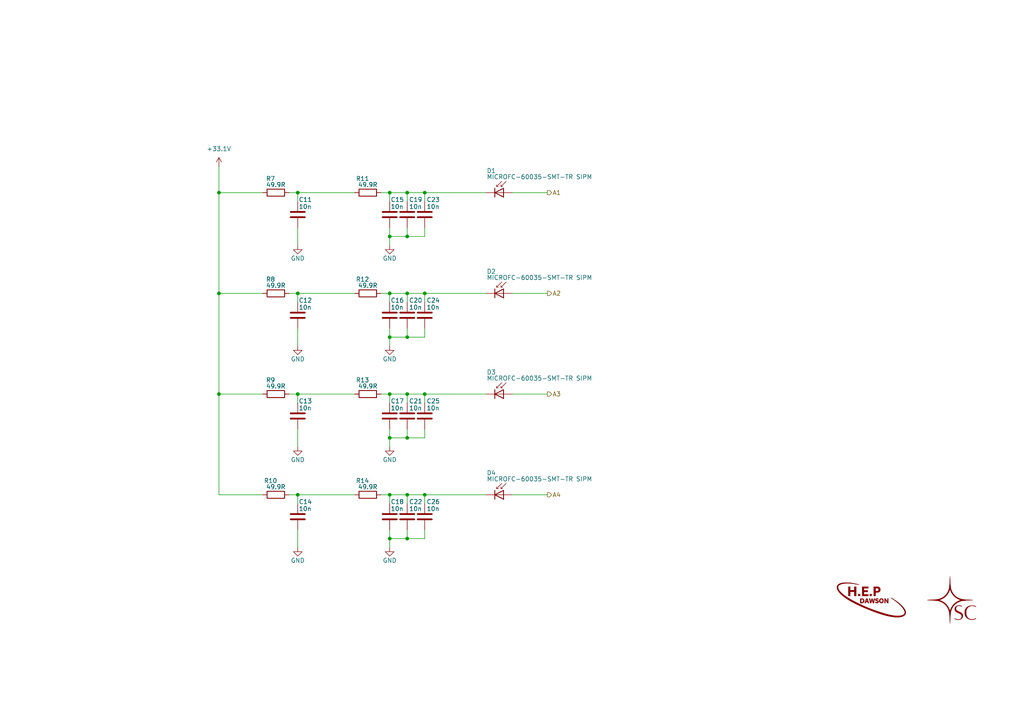
<source format=kicad_sch>
(kicad_sch (version 20250114) (generator "eeschema") (generator_version "9.0")
  (paper "A4")
  (title_block (date "2025-04-09") (rev "2") (comment 3 "Dawson Enriched Pure & Applied") (comment 4 "Alex Xia"))
  (lib_symbols
    (symbol "Device:C" (pin_numbers (hide yes)) (pin_names (offset 0.254))
      (property "Reference" "C" (at 0.635 2.54 0))
      (property "Value" "C" (at 0.635 -2.54 0))
      (symbol "C_0_1"
        (polyline (pts (xy -2.032 0.762) (xy 2.032 0.762)) (stroke (width 0.508)))
        (polyline (pts (xy -2.032 -0.762) (xy 2.032 -0.762)) (stroke (width 0.508)))
      )
      (symbol "C_1_1"
        (pin passive line (at 0 3.81 270) (length 2.794) (name "~") (number "1"))
        (pin passive line (at 0 -3.81 90) (length 2.794) (name "~") (number "2"))
      )
    )
    (symbol "Device:D_Photo" (pin_numbers (hide yes)) (pin_names (hide yes))
      (property "Reference" "D" (at 0.508 1.778 0))
      (property "Value" "D_Photo" (at -1.016 -2.794 0))
      (symbol "D_Photo_0_1"
        (polyline (pts (xy -2.54 1.27) (xy -2.54 -1.27)) (stroke (width 0.254)))
        (polyline (pts (xy -2.032 1.778) (xy -1.524 1.778)))
        (polyline (pts (xy -0.508 3.302) (xy -2.032 1.778) (xy -2.032 2.286)))
        (polyline (pts (xy 0 0) (xy -2.54 0)))
        (polyline (pts (xy 0 -1.27) (xy 0 1.27) (xy -2.54 0) (xy 0 -1.27)) (stroke (width 0.254)))
        (polyline (pts (xy 0.762 3.302) (xy -0.762 1.778) (xy -0.762 2.286) (xy -0.762 1.778) (xy -0.254 1.778)))
      )
      (symbol "D_Photo_1_1"
        (pin passive line (at -5.08 0 0) (length 2.54) (name "K") (number "1"))
        (pin passive line (at 2.54 0 180) (length 2.54) (name "A") (number "2"))
      )
    )
    (symbol "Device:R" (pin_numbers (hide yes)) (pin_names (offset 0))
      (property "Reference" "R" (at 2.032 0 90))
      (property "Value" "R" (at 0 0 90))
      (symbol "R_0_1"
        (rectangle (start -1.016 -2.54) (end 1.016 2.54) (stroke (width 0.254)))
      )
      (symbol "R_1_1"
        (pin passive line (at 0 3.81 270) (length 1.27) (name "~") (number "1"))
        (pin passive line (at 0 -3.81 90) (length 1.27) (name "~") (number "2"))
      )
    )
    (symbol "hep:LOGO" (pin_names (offset 1.016))
      (symbol "LOGO_0_0"
        (polyline (pts (xy -6.1411 1.7385) (xy -6.1411 2.3481) (xy -5.5428 2.3481) (xy -4.9445 2.3481) (xy -4.9445 1.7385) (xy -4.9445 1.1289) (xy -4.6736 1.1289) (xy -4.4027 1.1289) (xy -4.4027 2.4723) (xy -4.4027 3.8156) (xy -4.6736 3.8156) (xy -4.9445 3.8156) (xy -4.9445 3.3076) (xy -4.9445 2.7996) (xy -5.5428 2.7996) (xy -6.1411 2.7996) (xy -6.1411 3.3076) (xy -6.1411 3.8156) (xy -6.4008 3.8156) (xy -6.6604 3.8156) (xy -6.6604 2.4723) (xy -6.6604 1.1289) (xy -6.4008 1.1289) (xy -6.1411 1.1289) (xy -6.1411 1.7385)) (stroke (width 0.01)) (fill (type outline)))
        (polyline (pts (xy -3.4339 1.1325) (xy -3.3475 1.1658) (xy -3.2761 1.2312) (xy -3.2274 1.3261) (xy -3.213 1.4336) (xy -3.2363 1.5415) (xy -3.2464 1.5629) (xy -3.3105 1.6425) (xy -3.3975 1.6937) (xy -3.4977 1.7167) (xy -3.6013 1.7117) (xy -3.6985 1.6788) (xy -3.7795 1.6183) (xy -3.8345 1.5303) (xy -3.8529 1.444) (xy -3.8415 1.3394) (xy -3.7978 1.2453) (xy -3.7271 1.1722) (xy -3.6347 1.1306) (xy -3.5407 1.1209) (xy -3.4339 1.1325)) (stroke (width 0.01)) (fill (type outline)))
        (polyline (pts (xy -2.8604 -0.9219) (xy -2.824 -0.9209) (xy -2.699 -0.9167) (xy -2.6073 -0.9113) (xy -2.5395 -0.9033) (xy -2.4862 -0.8912) (xy -2.4377 -0.8736) (xy -2.3846 -0.8489) (xy -2.2666 -0.7738) (xy -2.1743 -0.671) (xy -2.1136 -0.5411) (xy -2.0831 -0.3813) (xy -2.0816 -0.1887) (xy -2.0827 -0.1719) (xy -2.1102 -0.0058) (xy -2.1673 0.1289) (xy -2.257 0.2372) (xy -2.3819 0.3235) (xy -2.4201 0.3417) (xy -2.4632 0.3554) (xy -2.5184 0.365) (xy -2.5939 0.3716) (xy -2.6981 0.3762) (xy -2.8391 0.3799) (xy -3.206 0.3877) (xy -3.206 -0.2717) (xy -3.206 -0.6999) (xy -2.9587 -0.6999) (xy -2.9525 -0.2653) (xy -2.9464 0.1693) (xy -2.7883 0.1757) (xy -2.7589 0.1766) (xy -2.6686 0.1743) (xy -2.5983 0.1601) (xy -2.5287 0.1305) (xy -2.5172 0.1245) (xy -2.4331 0.063) (xy -2.3773 -0.0188) (xy -2.3465 -0.128) (xy -2.3374 -0.2714) (xy -2.3433 -0.3784) (xy -2.3703 -0.4907) (xy -2.4228 -0.5778) (xy -2.505 -0.649) (xy -2.5486 -0.674) (xy -2.5997 -0.6901) (xy -2.6689 -0.6979) (xy -2.7696 -0.6999) (xy -2.9587 -0.6999) (xy -3.206 -0.6999) (xy -3.206 -0.9312) (xy -2.8604 -0.9219)) (stroke (width 0.01)) (fill (type outline)))
        (polyline (pts (xy -1.6225 -0.7676) (xy -1.5716 -0.6096) (xy -1.3177 -0.6096) (xy -1.0638 -0.6096) (xy -1.0129 -0.7676) (xy -0.962 -0.9257) (xy -0.8309 -0.9257) (xy -0.7734 -0.9239) (xy -0.7209 -0.9178) (xy -0.7012 -0.9088) (xy -0.702 -0.9054) (xy -0.7137 -0.8684) (xy -0.738 -0.796) (xy -0.7729 -0.6934) (xy -0.8166 -0.5663) (xy -0.8673 -0.4199) (xy -0.923 -0.2596) (xy -1.1436 0.3725) (xy -1.313 0.3791) (xy -1.4823 0.3856) (xy -1.7012 -0.2531) (xy -1.7202 -0.3087) (xy -1.7439 -0.3782) (xy -1.4901 -0.3782) (xy -1.4901 -0.3758) (xy -1.4819 -0.3333) (xy -1.4625 -0.2657) (xy -1.4355 -0.1828) (xy -1.4043 -0.0944) (xy -1.3726 -0.0101) (xy -1.3437 0.0603) (xy -1.3214 0.1071) (xy -1.3091 0.1205) (xy -1.2966 0.0949) (xy -1.2739 0.0345) (xy -1.2446 -0.0511) (xy -1.2121 -0.1524) (xy -1.1331 -0.4064) (xy -1.3116 -0.4064) (xy -1.3348 -0.4063) (xy -1.4242 -0.4028) (xy -1.4744 -0.3937) (xy -1.4901 -0.3782) (xy -1.7439 -0.3782) (xy -1.7738 -0.4658) (xy -1.8216 -0.6073) (xy -1.8619 -0.7278) (xy -1.8928 -0.8218) (xy -1.9127 -0.8839) (xy -1.9196 -0.9088) (xy -1.9088 -0.9156) (xy -1.864 -0.9229) (xy -1.7962 -0.9257) (xy -1.6734 -0.9257) (xy -1.6225 -0.7676)) (stroke (width 0.01)) (fill (type outline)))
        (polyline (pts (xy -0.8579 1.3547) (xy -0.8579 1.5804) (xy -1.5014 1.5804) (xy -2.1449 1.5804) (xy -2.1449 1.9417) (xy -2.1449 2.3029) (xy -1.5917 2.3029) (xy -1.0386 2.3029) (xy -1.0386 2.517) (xy -1.0386 2.7311) (xy -1.5861 2.7372) (xy -2.1336 2.7432) (xy -2.1399 3.0536) (xy -2.1462 3.3641) (xy -1.5133 3.3641) (xy -0.8805 3.3641) (xy -0.8805 3.5899) (xy -0.8805 3.8156) (xy -1.7723 3.8156) (xy -2.6642 3.8156) (xy -2.6642 2.4723) (xy -2.6642 1.1289) (xy -1.7611 1.1289) (xy -0.8579 1.1289) (xy -0.8579 1.3547)) (stroke (width 0.01)) (fill (type outline)))
        (polyline (pts (xy -0.1359 1.1267) (xy -0.0434 1.1491) (xy 0.0255 1.188) (xy 0.0923 1.2702) (xy 0.1297 1.3736) (xy 0.1274 1.4808) (xy 0.084 1.5824) (xy 0.077 1.5926) (xy 0.0088 1.6646) (xy -0.0753 1.7036) (xy -0.1874 1.7156) (xy -0.2359 1.7135) (xy -0.3496 1.6847) (xy -0.4325 1.6232) (xy -0.4832 1.5304) (xy -0.5005 1.4075) (xy -0.4923 1.3273) (xy -0.451 1.2351) (xy -0.3739 1.1696) (xy -0.2596 1.1294) (xy -0.2319 1.125) (xy -0.1359 1.1267)) (stroke (width 0.01)) (fill (type outline)))
        (polyline (pts (xy -0.0249 -0.841) (xy -0.022 -0.83) (xy -0.0056 -0.7668) (xy 0.0185 -0.6737) (xy 0.0475 -0.5613) (xy 0.0788 -0.4403) (xy 0.0804 -0.4342) (xy 0.1156 -0.2982) (xy 0.1415 -0.2) (xy 0.1598 -0.1337) (xy 0.1723 -0.0936) (xy 0.1808 -0.0739) (xy 0.1872 -0.0689) (xy 0.1931 -0.0727) (xy 0.1957 -0.0788) (xy 0.2089 -0.1198) (xy 0.2305 -0.1922) (xy 0.2582 -0.2879) (xy 0.2897 -0.3986) (xy 0.3226 -0.516) (xy 0.3548 -0.6318) (xy 0.3838 -0.738) (xy 0.4074 -0.8261) (xy 0.4232 -0.888) (xy 0.429 -0.9154) (xy 0.4481 -0.9205) (xy 0.501 -0.9242) (xy 0.5757 -0.9257) (xy 0.648 -0.9241) (xy 0.7019 -0.9196) (xy 0.7225 -0.9133) (xy 0.7245 -0.9025) (xy 0.7349 -0.8538) (xy 0.7528 -0.7723) (xy 0.7768 -0.6648) (xy 0.8053 -0.5381) (xy 0.8367 -0.3991) (xy 0.8694 -0.2546) (xy 0.902 -0.1115) (xy 0.9329 0.0234) (xy 0.9604 0.1433) (xy 0.9831 0.2413) (xy 0.9994 0.3106) (xy 1.0078 0.3443) (xy 1.0103 0.3579) (xy 1.0008 0.3745) (xy 0.9649 0.382) (xy 0.8933 0.3838) (xy 0.8409 0.3823) (xy 0.7881 0.3762) (xy 0.7677 0.367) (xy 0.7664 0.3546) (xy 0.7571 0.3023) (xy 0.7405 0.2201) (xy 0.7184 0.1162) (xy 0.6927 -0.0011) (xy 0.6651 -0.1236) (xy 0.6376 -0.2431) (xy 0.6121 -0.3513) (xy 0.5904 -0.4401) (xy 0.5743 -0.5011) (xy 0.5657 -0.5262) (xy 0.5641 -0.5274) (xy 0.5568 -0.5232) (xy 0.5465 -0.5024) (xy 0.532 -0.4612) (xy 0.5123 -0.3958) (xy 0.4861 -0.3021) (xy 0.4524 -0.1763) (xy 0.41 -0.0144) (xy 0.3577 0.1873) (xy 0.3065 0.3859) (xy 0.1941 0.3792) (xy 0.0816 0.3725) (xy -0.0237 -0.0486) (xy -0.0249 -0.0536) (xy -0.0587 -0.1872) (xy -0.0897 -0.3074) (xy -0.116 -0.4066) (xy -0.1354 -0.4772) (xy -0.1461 -0.5115) (xy -0.1479 -0.5156) (xy -0.1556 -0.5311) (xy -0.1631 -0.5351) (xy -0.1718 -0.5229) (xy -0.1831 -0.4899) (xy -0.1984 -0.4314) (xy -0.2191 -0.3428) (xy -0.2465 -0.2193) (xy -0.2821 -0.0564) (xy -0.3755 0.3725) (xy -0.5021 0.3793) (xy -0.6286 0.386) (xy -0.5981 0.2551) (xy -0.5921 0.2293) (xy -0.5739 0.1501) (xy -0.5486 0.0392) (xy -0.518 -0.095) (xy -0.484 -0.2444) (xy -0.4484 -0.4008) (xy -0.3293 -0.9257) (xy -0.1881 -0.9257) (xy -0.0469 -0.9257) (xy -0.0249 -0.841)) (stroke (width 0.01)) (fill (type outline)))
        (polyline (pts (xy 1.2192 1.6369) (xy 1.2192 2.1449) (xy 1.5784 2.1449) (xy 1.7257 2.146) (xy 1.8428 2.1499) (xy 1.9333 2.1575) (xy 2.0064 2.1694) (xy 2.0717 2.1866) (xy 2.2183 2.246) (xy 2.3673 2.3461) (xy 2.4823 2.4751) (xy 2.5625 2.6319) (xy 2.6069 2.815) (xy 2.6148 3.0232) (xy 2.6029 3.1428) (xy 2.5554 3.3259) (xy 2.4733 3.48) (xy 2.3566 3.6053) (xy 2.2051 3.7022) (xy 2.1842 3.7122) (xy 2.1142 3.7426) (xy 2.0436 3.7665) (xy 1.9659 3.7847) (xy 1.8749 3.7978) (xy 1.7641 3.8068) (xy 1.6273 3.8122) (xy 1.458 3.8149) (xy 1.25 3.8157) (xy 0.6773 3.8156) (xy 0.6773 2.9803) (xy 1.2192 2.9803) (xy 1.2192 3.4092) (xy 1.4168 3.4091) (xy 1.4464 3.4089) (xy 1.6141 3.4016) (xy 1.7569 3.3842) (xy 1.8683 3.3578) (xy 1.9416 3.3235) (xy 1.9599 3.3076) (xy 2.0075 3.2509) (xy 2.0506 3.1822) (xy 2.0571 3.1695) (xy 2.0848 3.1016) (xy 2.0954 3.033) (xy 2.0928 2.9418) (xy 2.0842 2.8681) (xy 2.0498 2.7523) (xy 1.9888 2.666) (xy 1.8969 2.6021) (xy 1.8837 2.5955) (xy 1.8369 2.576) (xy 1.7863 2.5632) (xy 1.7215 2.5557) (xy 1.6321 2.5522) (xy 1.5079 2.5513) (xy 1.2192 2.5513) (xy 1.2192 2.9803) (xy 0.6773 2.9803) (xy 0.6773 2.4723) (xy 0.6773 1.1289) (xy 0.9483 1.1289) (xy 1.2192 1.1289) (xy 1.2192 1.6369)) (stroke (width 0.01)) (fill (type outline)))
        (polyline (pts (xy 1.7415 -0.9324) (xy 1.8755 -0.8962) (xy 1.9838 -0.8321) (xy 2.0623 -0.743) (xy 2.1071 -0.6316) (xy 2.1141 -0.5006) (xy 2.0932 -0.391) (xy 2.0499 -0.3052) (xy 1.9787 -0.2393) (xy 1.8737 -0.1881) (xy 1.7295 -0.1466) (xy 1.652 -0.1276) (xy 1.5388 -0.094) (xy 1.4629 -0.0597) (xy 1.4195 -0.0212) (xy 1.4035 0.025) (xy 1.41 0.0826) (xy 1.4221 0.1123) (xy 1.4736 0.1612) (xy 1.552 0.1884) (xy 1.6481 0.1929) (xy 1.7527 0.1737) (xy 1.8567 0.1298) (xy 1.9437 0.0809) (xy 1.9983 0.1477) (xy 2.0193 0.1743) (xy 2.0483 0.2249) (xy 2.0451 0.2636) (xy 2.0109 0.3035) (xy 1.9727 0.3318) (xy 1.8693 0.3764) (xy 1.7438 0.4015) (xy 1.6091 0.4062) (xy 1.4783 0.3895) (xy 1.3643 0.3505) (xy 1.3111 0.3205) (xy 1.2265 0.2451) (xy 1.1796 0.1494) (xy 1.1662 0.0265) (xy 1.1676 -0.003) (xy 1.1979 -0.1213) (xy 1.267 -0.2171) (xy 1.3741 -0.2895) (xy 1.5184 -0.3378) (xy 1.553 -0.3457) (xy 1.678 -0.3791) (xy 1.7649 -0.4129) (xy 1.8192 -0.4498) (xy 1.8465 -0.4924) (xy 1.8587 -0.5604) (xy 1.8416 -0.6306) (xy 1.7944 -0.6818) (xy 1.7238 -0.7125) (xy 1.6364 -0.7213) (xy 1.5388 -0.7067) (xy 1.4379 -0.6673) (xy 1.3401 -0.6017) (xy 1.3237 -0.5882) (xy 1.2801 -0.5551) (xy 1.2566 -0.5419) (xy 1.2512 -0.5446) (xy 1.2237 -0.572) (xy 1.1849 -0.6194) (xy 1.1534 -0.665) (xy 1.1396 -0.7058) (xy 1.1503 -0.7429) (xy 1.1602 -0.7578) (xy 1.2157 -0.8084) (xy 1.2973 -0.8583) (xy 1.3913 -0.8999) (xy 1.4839 -0.9257) (xy 1.5859 -0.9381) (xy 1.7415 -0.9324)) (stroke (width 0.01)) (fill (type outline)))
        (polyline (pts (xy 3.0658 -0.9236) (xy 3.2085 -0.8707) (xy 3.331 -0.7846) (xy 3.4271 -0.6688) (xy 3.4903 -0.5271) (xy 3.4914 -0.523) (xy 3.5111 -0.4134) (xy 3.5181 -0.2831) (xy 3.513 -0.1482) (xy 3.4963 -0.0249) (xy 3.4688 0.0707) (xy 3.4672 0.0742) (xy 3.387 0.2082) (xy 3.2786 0.3071) (xy 3.1414 0.3715) (xy 2.9749 0.4015) (xy 2.883 0.404) (xy 2.7171 0.3819) (xy 2.5779 0.3236) (xy 2.4652 0.2289) (xy 2.3788 0.0976) (xy 2.3554 0.0479) (xy 2.3336 -0.0112) (xy 2.3213 -0.0727) (xy 2.3159 -0.1507) (xy 2.3149 -0.2596) (xy 2.315 -0.2772) (xy 2.3159 -0.311) (xy 2.5742 -0.311) (xy 2.5756 -0.1919) (xy 2.5889 -0.0815) (xy 2.6145 0.0063) (xy 2.6273 0.0326) (xy 2.696 0.1201) (xy 2.7909 0.1717) (xy 2.9143 0.1889) (xy 2.9195 0.1889) (xy 3.0423 0.1705) (xy 3.1376 0.1168) (xy 3.2056 0.0275) (xy 3.2466 -0.0978) (xy 3.2608 -0.2592) (xy 3.2551 -0.3793) (xy 3.2277 -0.5038) (xy 3.1753 -0.5991) (xy 3.0955 -0.6714) (xy 3.0395 -0.7001) (xy 2.9308 -0.721) (xy 2.8187 -0.7065) (xy 2.7153 -0.6591) (xy 2.633 -0.5811) (xy 2.6052 -0.5217) (xy 2.5842 -0.4255) (xy 2.5742 -0.311) (xy 2.3159 -0.311) (xy 2.3178 -0.3881) (xy 2.3262 -0.47) (xy 2.3424 -0.5372) (xy 2.3686 -0.6041) (xy 2.4197 -0.6984) (xy 2.5124 -0.8033) (xy 2.6334 -0.8777) (xy 2.7884 -0.9257) (xy 2.9094 -0.9397) (xy 3.0658 -0.9236)) (stroke (width 0.01)) (fill (type outline)))
        (polyline (pts (xy 4.8994 -0.2721) (xy 4.8994 0.3838) (xy 4.7865 0.3838) (xy 4.6736 0.3838) (xy 4.6736 -0.0357) (xy 4.673 -0.1675) (xy 4.6704 -0.2962) (xy 4.6656 -0.384) (xy 4.6584 -0.4335) (xy 4.6488 -0.447) (xy 4.6451 -0.4442) (xy 4.6194 -0.4121) (xy 4.5751 -0.3492) (xy 4.5162 -0.2613) (xy 4.4466 -0.154) (xy 4.37 -0.0331) (xy 4.116 0.3725) (xy 3.9658 0.3792) (xy 3.8157 0.3859) (xy 3.8157 -0.2699) (xy 3.8157 -0.9257) (xy 3.9398 -0.9257) (xy 4.064 -0.9257) (xy 4.064 -0.4741) (xy 4.064 -0.446) (xy 4.0651 -0.3116) (xy 4.0676 -0.1955) (xy 4.0713 -0.1043) (xy 4.0758 -0.0448) (xy 4.0809 -0.0237) (xy 4.0875 -0.03) (xy 4.1154 -0.0684) (xy 4.1611 -0.137) (xy 4.2211 -0.2303) (xy 4.2919 -0.343) (xy 4.37 -0.4696) (xy 4.6421 -0.9144) (xy 4.7707 -0.9212) (xy 4.8994 -0.9279) (xy 4.8994 -0.2721)) (stroke (width 0.01)) (fill (type outline)))
        (polyline (pts (xy 7.6789 -5.0302) (xy 8.0764 -5.0097) (xy 8.436 -4.9672) (xy 8.7588 -4.9025) (xy 9.0459 -4.8153) (xy 9.2983 -4.7053) (xy 9.5172 -4.5724) (xy 9.5533 -4.5458) (xy 9.6913 -4.4244) (xy 9.8007 -4.287) (xy 9.8934 -4.1192) (xy 9.9207 -4.0587) (xy 9.9458 -3.9904) (xy 9.9612 -3.9217) (xy 9.9702 -3.8377) (xy 9.9756 -3.7233) (xy 9.9779 -3.6043) (xy 9.9733 -3.5006) (xy 9.9598 -3.4076) (xy 9.9356 -3.3074) (xy 9.8642 -3.1014) (xy 9.75 -2.8625) (xy 9.5991 -2.6088) (xy 9.4133 -2.343) (xy 9.1947 -2.0677) (xy 8.9449 -1.7857) (xy 8.6661 -1.4997) (xy 8.6016 -1.4369) (xy 8.4015 -1.2483) (xy 8.2019 -1.0707) (xy 7.9962 -0.8988) (xy 7.7775 -0.7272) (xy 7.5392 -0.5506) (xy 7.2745 -0.3636) (xy 6.9765 -0.1609) (xy 6.9731 -0.1586) (xy 6.8288 -0.0633) (xy 6.6752 0.0356) (xy 6.5171 0.1355) (xy 6.3591 0.2333) (xy 6.206 0.3264) (xy 6.0625 0.412) (xy 5.9334 0.4871) (xy 5.8233 0.549) (xy 5.737 0.5949) (xy 5.6792 0.6219) (xy 5.6546 0.6273) (xy 5.6545 0.6267) (xy 5.6736 0.6086) (xy 5.7246 0.5685) (xy 5.8031 0.51) (xy 5.9043 0.4364) (xy 6.0237 0.351) (xy 6.1568 0.2573) (xy 6.2652 0.1812) (xy 6.4243 0.0685) (xy 6.5826 -0.0445) (xy 6.7311 -0.1514) (xy 6.8605 -0.2457) (xy 6.9619 -0.3208) (xy 7.0737 -0.4055) (xy 7.5177 -0.7569) (xy 7.9233 -1.1034) (xy 8.2897 -1.4442) (xy 8.6164 -1.7787) (xy 8.9026 -2.1059) (xy 9.1476 -2.4252) (xy 9.3509 -2.7359) (xy 9.5118 -3.0371) (xy 9.6295 -3.3282) (xy 9.6747 -3.51) (xy 9.6844 -3.6962) (xy 9.6533 -3.8677) (xy 9.5827 -4.0239) (xy 9.4737 -4.1642) (xy 9.3275 -4.288) (xy 9.1454 -4.3948) (xy 8.9286 -4.484) (xy 8.6782 -4.555) (xy 8.3955 -4.6071) (xy 8.0816 -4.6399) (xy 7.7378 -4.6528) (xy 7.3653 -4.6451) (xy 6.9653 -4.6163) (xy 6.7752 -4.5967) (xy 6.4629 -4.558) (xy 6.1453 -4.5103) (xy 5.819 -4.4529) (xy 5.4808 -4.385) (xy 5.1274 -4.3056) (xy 4.7556 -4.2139) (xy 4.362 -4.1092) (xy 3.9433 -3.9907) (xy 3.4964 -3.8574) (xy 3.0179 -3.7087) (xy 2.5045 -3.5436) (xy 1.953 -3.3613) (xy 1.8677 -3.3327) (xy 1.3227 -3.1477) (xy 0.8132 -2.9699) (xy 0.3322 -2.7963) (xy -0.1278 -2.624) (xy -0.5739 -2.4502) (xy -1.0133 -2.2717) (xy -1.4534 -2.0858) (xy -1.9012 -1.8896) (xy -2.3641 -1.68) (xy -2.8493 -1.4541) (xy -3.3641 -1.2091) (xy -3.8121 -0.9919) (xy -4.3877 -0.7067) (xy -4.924 -0.4331) (xy -5.4229 -0.1699) (xy -5.8866 0.0843) (xy -6.3172 0.3308) (xy -6.7167 0.5707) (xy -7.0873 0.8055) (xy -7.4309 1.0364) (xy -7.7496 1.2647) (xy -8.0456 1.4917) (xy -8.3209 1.7187) (xy -8.5776 1.9469) (xy -8.8178 2.1777) (xy -8.9309 2.2935) (xy -9.1085 2.4909) (xy -9.256 2.6791) (xy -9.3793 2.8658) (xy -9.4845 3.0593) (xy -9.5113 3.1148) (xy -9.5864 3.2916) (xy -9.6343 3.4477) (xy -9.6574 3.5926) (xy -9.6582 3.7362) (xy -9.6564 3.7598) (xy -9.6255 3.9192) (xy -9.562 4.0604) (xy -9.4636 4.1858) (xy -9.3276 4.2981) (xy -9.1517 4.3999) (xy -8.9335 4.4936) (xy -8.8645 4.519) (xy -8.6519 4.5899) (xy -8.441 4.6476) (xy -8.224 4.6932) (xy -7.9931 4.728) (xy -7.7406 4.7532) (xy -7.4588 4.7702) (xy -7.14 4.78) (xy -7.0951 4.7808) (xy -6.8332 4.7834) (xy -6.5858 4.7814) (xy -6.3465 4.7741) (xy -6.1087 4.761) (xy -5.866 4.7415) (xy -5.6118 4.715) (xy -5.3396 4.6809) (xy -5.043 4.6386) (xy -4.7153 4.5875) (xy -4.3501 4.527) (xy -4.2344 4.5075) (xy -4.0651 4.4792) (xy -3.9131 4.4541) (xy -3.7836 4.4331) (xy -3.6823 4.4171) (xy -3.6145 4.4068) (xy -3.5858 4.4034) (xy -3.5758 4.4043) (xy -3.5752 4.4131) (xy -3.6122 4.4303) (xy -3.6819 4.4545) (xy -3.7797 4.4843) (xy -3.9007 4.5185) (xy -4.0402 4.5557) (xy -4.1934 4.5946) (xy -4.3554 4.6339) (xy -4.5217 4.6723) (xy -4.6873 4.7084) (xy -5.0601 4.7834) (xy -5.4881 4.8594) (xy -5.8917 4.9184) (xy -6.2801 4.9617) (xy -6.6624 4.9904) (xy -7.0477 5.0057) (xy -7.1435 5.0074) (xy -7.5924 5.0036) (xy -8.0038 4.9791) (xy -8.3773 4.9339) (xy -8.7128 4.8683) (xy -9.0099 4.7823) (xy -9.2682 4.6762) (xy -9.4875 4.55) (xy -9.6674 4.4039) (xy -9.8077 4.2381) (xy -9.908 4.0527) (xy -9.968 3.8479) (xy -9.9875 3.6237) (xy -9.9871 3.5932) (xy -9.9753 3.4276) (xy -9.9441 3.2693) (xy -9.8903 3.1043) (xy -9.8102 2.9191) (xy -9.7495 2.7987) (xy -9.5836 2.5243) (xy -9.3757 2.241) (xy -9.1272 1.9502) (xy -8.8392 1.6534) (xy -8.5132 1.3518) (xy -8.1504 1.047) (xy -7.7522 0.7401) (xy -7.6743 0.6832) (xy -7.4025 0.4918) (xy -7.1009 0.2895) (xy -6.7783 0.0816) (xy -6.4434 -0.1264) (xy -6.1049 -0.3289) (xy -5.7717 -0.5206) (xy -5.4525 -0.6959) (xy -5.4516 -0.6964) (xy -5.1643 -0.8471) (xy -4.8439 -1.0102) (xy -4.4985 -1.1818) (xy -4.1361 -1.3581) (xy -3.7649 -1.5353) (xy -3.3929 -1.7096) (xy -3.028 -1.8771) (xy -2.6785 -2.0341) (xy -2.3523 -2.1768) (xy -2.0575 -2.3013) (xy -1.898 -2.3672) (xy -1.4474 -2.5526) (xy -1.0334 -2.7221) (xy -0.6524 -2.8769) (xy -0.3008 -3.0185) (xy 0.025 -3.1482) (xy 0.3286 -3.2674) (xy 0.6137 -3.3776) (xy 0.8838 -3.4801) (xy 1.1426 -3.5763) (xy 1.3937 -3.6675) (xy 1.6407 -3.7553) (xy 1.8872 -3.8409) (xy 2.1368 -3.9258) (xy 2.3933 -4.0113) (xy 2.6242 -4.0866) (xy 3.269 -4.2856) (xy 3.8979 -4.4631) (xy 4.5075 -4.6182) (xy 5.0942 -4.7501) (xy 5.6547 -4.8581) (xy 6.1855 -4.9413) (xy 6.683 -4.9989) (xy 6.7589 -5.0052) (xy 6.9153 -5.0152) (xy 7.091 -5.0234) (xy 7.2695 -5.0293) (xy 7.4344 -5.0321) (xy 7.6789 -5.0302)) (stroke (width 0.01)) (fill (type outline)))
      )
    )
    (symbol "power:+5V" (power) (pin_numbers (hide yes)) (pin_names (offset 0) (hide yes))
      (property "Value" "+5V" (at 0 3.556 0))
      (symbol "+5V_0_1"
        (polyline (pts (xy -0.762 1.27) (xy 0 2.54)))
        (polyline (pts (xy 0 2.54) (xy 0.762 1.27)))
        (polyline (pts (xy 0 0) (xy 0 2.54)))
      )
      (symbol "+5V_1_1"
        (pin power_in line (at 0 0 90) (length 0) (name "~") (number "1"))
      )
    )
    (symbol "power:GND" (power) (pin_numbers (hide yes)) (pin_names (offset 0) (hide yes))
      (property "Value" "GND" (at 0 -3.81 0))
      (symbol "GND_0_1"
        (polyline (pts (xy 0 0) (xy 0 -1.27) (xy 1.27 -1.27) (xy 0 -2.54) (xy -1.27 -1.27) (xy 0 -1.27)))
      )
      (symbol "GND_1_1"
        (pin power_in line (at 0 0 270) (length 0) (name "~") (number "1"))
      )
    )
    (symbol "sc:LOGO" (pin_names (offset 1.016))
      (symbol "LOGO_0_0"
        (polyline (pts (xy -0.0256 -6.2906) (xy -0.0197 -6.1289) (xy -0.0014 -5.7173) (xy 0.0212 -5.3142) (xy 0.0474 -4.9259) (xy 0.0767 -4.5587) (xy 0.1085 -4.2191) (xy 0.1422 -3.9134) (xy 0.1772 -3.6479) (xy 0.2129 -3.4291) (xy 0.2489 -3.2633) (xy 0.2604 -3.2202) (xy 0.4151 -2.7635) (xy 0.621 -2.3327) (xy 0.8745 -1.9316) (xy 1.172 -1.5636) (xy 1.51 -1.2323) (xy 1.8849 -0.9411) (xy 2.2932 -0.6936) (xy 2.7312 -0.4933) (xy 3.1955 -0.3437) (xy 3.277 -0.3249) (xy 3.4672 -0.2908) (xy 3.7081 -0.2569) (xy 3.994 -0.2239) (xy 4.3192 -0.1921) (xy 4.6783 -0.1622) (xy 5.0656 -0.1347) (xy 5.4755 -0.1101) (xy 5.9024 -0.0889) (xy 5.9995 -0.0845) (xy 6.1824 -0.0755) (xy 6.3403 -0.067) (xy 6.4645 -0.0595) (xy 6.5465 -0.0533) (xy 6.5777 -0.0492) (xy 6.576 -0.0481) (xy 6.5345 -0.0439) (xy 6.4449 -0.0385) (xy 6.3155 -0.0325) (xy 6.155 -0.0263) (xy 5.9719 -0.0202) (xy 5.8267 -0.0152) (xy 5.4727 0.0005) (xy 5.1032 0.0214) (xy 4.733 0.0463) (xy 4.3771 0.0743) (xy 4.0506 0.1043) (xy 3.7685 0.1352) (xy 3.4618 0.1824) (xy 2.9762 0.3018) (xy 2.52 0.4727) (xy 2.0928 0.6952) (xy 1.6941 0.9696) (xy 1.3234 1.2962) (xy 1.0447 1.6036) (xy 0.7758 1.9737) (xy 0.5479 2.3712) (xy 0.3671 2.7854) (xy 0.2393 3.2057) (xy 0.2203 3.2927) (xy 0.1799 3.5227) (xy 0.1412 3.8031) (xy 0.1048 4.1278) (xy 0.0712 4.4907) (xy 0.041 4.8856) (xy 0.0147 5.3065) (xy -0.0072 5.7472) (xy -0.0241 6.2017) (xy -0.0458 6.899) (xy -0.0684 6.35) (xy -0.0865 5.9441) (xy -0.1119 5.4615) (xy -0.1399 5.0112) (xy -0.1701 4.5972) (xy -0.2023 4.2232) (xy -0.2362 3.8932) (xy -0.2713 3.6109) (xy -0.3073 3.3803) (xy -0.344 3.2052) (xy -0.3446 3.2029) (xy -0.4915 2.7392) (xy -0.6891 2.3022) (xy -0.9339 1.8953) (xy -1.2223 1.5217) (xy -1.5505 1.1847) (xy -1.9151 0.8876) (xy -2.3125 0.6338) (xy -2.7389 0.4266) (xy -3.1908 0.2692) (xy -3.6646 0.165) (xy -3.7018 0.1592) (xy -3.7915 0.1462) (xy -3.8885 0.1337) (xy -4.0003 0.1211) (xy -4.1342 0.1075) (xy -4.2977 0.0922) (xy -4.4982 0.0746) (xy -4.743 0.0539) (xy -5.0396 0.0293) (xy -5.0422 0.0291) (xy -5.1905 0.0186) (xy -5.3812 0.0077) (xy -5.5976 -0.003) (xy -5.8231 -0.0125) (xy -6.0412 -0.02) (xy -6.1156 -0.0223) (xy -6.2941 -0.0284) (xy -6.4469 -0.0346) (xy -6.5656 -0.0403) (xy -6.6417 -0.0452) (xy -6.6669 -0.049) (xy -6.6584 -0.0508) (xy -6.601 -0.056) (xy -6.4971 -0.0629) (xy -6.395 -0.0688) (xy -3.175 -0.0688) (xy -3.1726 -0.0581) (xy -3.1257 -0.0328) (xy -3.0393 0.002) (xy -2.9228 0.0419) (xy -2.8666 0.0607) (xy -2.6369 0.149) (xy -2.3909 0.2585) (xy -2.1534 0.3777) (xy -1.9489 0.4951) (xy -1.7813 0.6068) (xy -1.4217 0.8929) (xy -1.0883 1.2223) (xy -0.7879 1.5867) (xy -0.5271 1.9774) (xy -0.3123 2.386) (xy -0.1504 2.8041) (xy -0.1478 2.8122) (xy -0.1134 2.9197) (xy -0.085 3.0072) (xy -0.0685 3.0563) (xy -0.0589 3.0562) (xy -0.0334 3.0139) (xy 0.0022 2.9316) (xy 0.0434 2.819) (xy 0.2165 2.3811) (xy 0.4534 1.9282) (xy 0.7358 1.5129) (xy 1.0628 1.1364) (xy 1.4331 0.7998) (xy 1.8458 0.5045) (xy 2.2996 0.2517) (xy 2.4135 0.1987) (xy 2.5808 0.1273) (xy 2.7419 0.0651) (xy 2.8736 0.0213) (xy 3.1211 -0.05) (xy 2.8312 -0.1461) (xy 2.812 -0.1525) (xy 2.3378 -0.3423) (xy 1.8945 -0.5807) (xy 1.4855 -0.8651) (xy 1.1137 -1.1927) (xy 0.7824 -1.5608) (xy 0.4946 -1.9667) (xy 0.2536 -2.4075) (xy 0.2293 -2.4599) (xy 0.1573 -2.6269) (xy 0.0879 -2.8015) (xy 0.0335 -2.9535) (xy 0.009 -3.0244) (xy -0.0268 -3.115) (xy -0.0544 -3.1685) (xy -0.0692 -3.175) (xy -0.0698 -3.1731) (xy -0.0869 -3.1206) (xy -0.1156 -3.031) (xy -0.15 -2.9227) (xy -0.1739 -2.8494) (xy -0.3538 -2.4096) (xy -0.5896 -1.9886) (xy -0.8816 -1.586) (xy -1.2301 -1.2015) (xy -1.2665 -1.1656) (xy -1.6497 -0.8287) (xy -2.053 -0.5474) (xy -2.4771 -0.3213) (xy -2.9228 -0.1499) (xy -2.9308 -0.1474) (xy -3.0383 -0.1132) (xy -3.1258 -0.0851) (xy -3.175 -0.0688) (xy -6.395 -0.0688) (xy -6.3552 -0.0711) (xy -6.1839 -0.08) (xy -5.9917 -0.0891) (xy -5.9835 -0.0895) (xy -5.6336 -0.1071) (xy -5.2793 -0.128) (xy -4.9312 -0.1513) (xy -4.5998 -0.1763) (xy -4.296 -0.2022) (xy -4.0301 -0.2281) (xy -3.813 -0.2533) (xy -3.5302 -0.2988) (xy -3.0524 -0.4194) (xy -2.6038 -0.5916) (xy -2.1834 -0.8158) (xy -1.7905 -1.0924) (xy -1.4243 -1.4218) (xy -1.4127 -1.4335) (xy -1.0909 -1.7968) (xy -0.8228 -2.1804) (xy -0.6048 -2.5905) (xy -0.4331 -3.0331) (xy -0.4272 -3.0512) (xy -0.3853 -3.1891) (xy -0.3475 -3.3303) (xy -0.3135 -3.4796) (xy -0.2827 -3.6415) (xy -0.2547 -3.8208) (xy -0.2289 -4.0221) (xy -0.2048 -4.25) (xy -0.1819 -4.5093) (xy -0.1598 -4.8046) (xy -0.1379 -5.1405) (xy -0.1158 -5.5218) (xy -0.0929 -5.9531) (xy -0.0687 -6.439) (xy -0.0464 -6.8989) (xy -0.0256 -6.2906)) (stroke (width 0.01)) (fill (type outline)))
        (polyline (pts (xy 2.526 -5.7746) (xy 2.799 -5.7193) (xy 3.0464 -5.6203) (xy 3.2627 -5.4797) (xy 3.4422 -5.2999) (xy 3.5793 -5.0829) (xy 3.5999 -5.0394) (xy 3.633 -4.9556) (xy 3.652 -4.8726) (xy 3.6607 -4.7704) (xy 3.6627 -4.6289) (xy 3.6608 -4.5339) (xy 3.6387 -4.3381) (xy 3.5873 -4.1763) (xy 3.5005 -4.0334) (xy 3.3722 -3.894) (xy 3.2942 -3.8235) (xy 3.199 -3.7487) (xy 3.0931 -3.6796) (xy 2.9651 -3.6097) (xy 2.8039 -3.5323) (xy 2.5982 -3.441) (xy 2.4843 -3.3906) (xy 2.241 -3.2725) (xy 2.0487 -3.16) (xy 1.9026 -3.0482) (xy 1.7977 -2.9321) (xy 1.729 -2.8065) (xy 1.6918 -2.6666) (xy 1.6809 -2.5073) (xy 1.6834 -2.4376) (xy 1.7245 -2.2201) (xy 1.8147 -2.0343) (xy 1.9524 -1.8828) (xy 2.1361 -1.7681) (xy 2.2004 -1.7422) (xy 2.2887 -1.7205) (xy 2.3998 -1.7097) (xy 2.5519 -1.7071) (xy 2.6225 -1.7083) (xy 2.8519 -1.7299) (xy 3.0596 -1.7832) (xy 3.2714 -1.874) (xy 3.3111 -1.8937) (xy 3.3608 -1.9142) (xy 3.3797 -1.9075) (xy 3.3827 -1.8736) (xy 3.3817 -1.865) (xy 3.3442 -1.8158) (xy 3.2603 -1.7649) (xy 3.1409 -1.7157) (xy 2.9966 -1.6716) (xy 2.8382 -1.6358) (xy 2.6765 -1.6119) (xy 2.5222 -1.6031) (xy 2.4029 -1.6081) (xy 2.1474 -1.6544) (xy 1.9132 -1.7453) (xy 1.7083 -1.8764) (xy 1.5407 -2.0429) (xy 1.4183 -2.2403) (xy 1.4101 -2.2585) (xy 1.3797 -2.34) (xy 1.3616 -2.4262) (xy 1.353 -2.5352) (xy 1.3511 -2.6854) (xy 1.3519 -2.7772) (xy 1.3571 -2.8944) (xy 1.3698 -2.9807) (xy 1.393 -3.0538) (xy 1.43 -3.1316) (xy 1.4428 -3.1555) (xy 1.5237 -3.2795) (xy 1.6254 -3.3907) (xy 1.7554 -3.4943) (xy 1.921 -3.5956) (xy 2.1296 -3.6997) (xy 2.3887 -3.812) (xy 2.5236 -3.8692) (xy 2.766 -3.9846) (xy 2.9574 -4.0979) (xy 3.1026 -4.2147) (xy 3.2068 -4.3404) (xy 3.2749 -4.4805) (xy 3.312 -4.6403) (xy 3.3231 -4.8253) (xy 3.3204 -4.8977) (xy 3.2765 -5.1164) (xy 3.1805 -5.308) (xy 3.0341 -5.4697) (xy 2.8392 -5.5984) (xy 2.7619 -5.6337) (xy 2.6685 -5.6622) (xy 2.5557 -5.6798) (xy 2.4035 -5.6905) (xy 2.1869 -5.6909) (xy 1.9237 -5.6554) (xy 1.6768 -5.5745) (xy 1.4292 -5.4439) (xy 1.3006 -5.3644) (xy 1.3105 -5.4344) (xy 1.3202 -5.4591) (xy 1.3776 -5.5182) (xy 1.4757 -5.5817) (xy 1.6031 -5.6439) (xy 1.748 -5.6985) (xy 1.8991 -5.7397) (xy 1.9259 -5.7454) (xy 2.2331 -5.784) (xy 2.526 -5.7746)) (stroke (width 0.01)) (fill (type outline)))
        (polyline (pts (xy 6.4919 -5.7339) (xy 6.6962 -5.7133) (xy 6.8714 -5.6828) (xy 6.9545 -5.6614) (xy 7.1055 -5.6115) (xy 7.244 -5.5529) (xy 7.3588 -5.4911) (xy 7.4385 -5.432) (xy 7.4718 -5.3812) (xy 7.4736 -5.3591) (xy 7.4644 -5.3432) (xy 7.4325 -5.3486) (xy 7.3681 -5.3775) (xy 7.2613 -5.4324) (xy 7.1548 -5.4846) (xy 6.9026 -5.5771) (xy 6.6352 -5.6299) (xy 6.3352 -5.6471) (xy 6.1636 -5.641) (xy 5.8469 -5.5912) (xy 5.563 -5.4925) (xy 5.3138 -5.3465) (xy 5.1012 -5.1544) (xy 4.9269 -4.9179) (xy 4.7927 -4.6384) (xy 4.7004 -4.3174) (xy 4.6886 -4.2533) (xy 4.663 -4.0348) (xy 4.6515 -3.7891) (xy 4.6539 -3.5374) (xy 4.6704 -3.3009) (xy 4.7008 -3.1008) (xy 4.7651 -2.864) (xy 4.8914 -2.5702) (xy 5.0596 -2.3178) (xy 5.2685 -2.108) (xy 5.5168 -1.9422) (xy 5.803 -1.8214) (xy 6.1259 -1.7471) (xy 6.2567 -1.7343) (xy 6.4908 -1.7359) (xy 6.7381 -1.7623) (xy 6.9808 -1.8104) (xy 7.201 -1.8772) (xy 7.3811 -1.9598) (xy 7.4776 -2.0157) (xy 7.4776 -1.9462) (xy 7.4761 -1.9263) (xy 7.4565 -1.8878) (xy 7.4042 -1.8535) (xy 7.3069 -1.8139) (xy 7.221 -1.7835) (xy 7.0107 -1.7212) (xy 6.8043 -1.6811) (xy 6.581 -1.6599) (xy 6.3203 -1.6543) (xy 6.1239 -1.6589) (xy 5.8728 -1.6816) (xy 5.647 -1.727) (xy 5.4275 -1.7993) (xy 5.1953 -1.9027) (xy 5.1578 -1.9218) (xy 4.899 -2.09) (xy 4.6745 -2.3028) (xy 4.4891 -2.5539) (xy 4.3476 -2.8369) (xy 4.2549 -3.1453) (xy 4.2264 -3.3406) (xy 4.2121 -3.5717) (xy 4.2122 -3.8145) (xy 4.2268 -4.046) (xy 4.2557 -4.2432) (xy 4.2605 -4.2646) (xy 4.3011 -4.4071) (xy 4.3577 -4.5657) (xy 4.4195 -4.7099) (xy 4.5461 -4.9276) (xy 4.743 -5.1617) (xy 4.9838 -5.3615) (xy 5.2645 -5.5241) (xy 5.5808 -5.6467) (xy 5.9286 -5.7265) (xy 6.0835 -5.741) (xy 6.2804 -5.7435) (xy 6.4919 -5.7339)) (stroke (width 0.01)) (fill (type outline)))
      )
    )
  )
  (junction (at 118.11 85.09))
  (junction (at 118.11 55.88))
  (junction (at 113.03 114.3))
  (junction (at 63.5 85.09))
  (junction (at 123.19 114.3))
  (junction (at 86.36 114.3))
  (junction (at 86.36 143.51))
  (junction (at 118.11 97.79))
  (junction (at 113.03 156.21))
  (junction (at 123.19 143.51))
  (junction (at 123.19 55.88))
  (junction (at 113.03 55.88))
  (junction (at 123.19 85.09))
  (junction (at 118.11 143.51))
  (junction (at 113.03 127))
  (junction (at 113.03 85.09))
  (junction (at 118.11 127))
  (junction (at 118.11 114.3))
  (junction (at 63.5 114.3))
  (junction (at 113.03 143.51))
  (junction (at 118.11 156.21))
  (junction (at 113.03 68.58))
  (junction (at 113.03 97.79))
  (junction (at 86.36 85.09))
  (junction (at 118.11 68.58))
  (junction (at 63.5 55.88))
  (junction (at 86.36 55.88))
  (wire (pts (xy 123.19 156.21) (xy 123.19 153.67)))
  (wire (pts (xy 86.36 85.09) (xy 86.36 87.63)))
  (wire (pts (xy 118.11 87.63) (xy 118.11 85.09)))
  (wire (pts (xy 113.03 97.79) (xy 118.11 97.79)))
  (wire (pts (xy 118.11 97.79) (xy 123.19 97.79)))
  (wire (pts (xy 113.03 127) (xy 118.11 127)))
  (wire (pts (xy 113.03 114.3) (xy 113.03 116.84)))
  (wire (pts (xy 113.03 143.51) (xy 113.03 146.05)))
  (wire (pts (xy 83.82 143.51) (xy 86.36 143.51)))
  (wire (pts (xy 118.11 127) (xy 123.19 127)))
  (wire (pts (xy 118.11 143.51) (xy 123.19 143.51)))
  (wire (pts (xy 118.11 58.42) (xy 118.11 55.88)))
  (wire (pts (xy 113.03 85.09) (xy 118.11 85.09)))
  (wire (pts (xy 118.11 55.88) (xy 123.19 55.88)))
  (wire (pts (xy 110.49 143.51) (xy 113.03 143.51)))
  (wire (pts (xy 63.5 85.09) (xy 63.5 55.88)))
  (wire (pts (xy 83.82 85.09) (xy 86.36 85.09)))
  (wire (pts (xy 83.82 114.3) (xy 86.36 114.3)))
  (wire (pts (xy 113.03 127) (xy 113.03 124.46)))
  (wire (pts (xy 110.49 55.88) (xy 113.03 55.88)))
  (wire (pts (xy 118.11 156.21) (xy 118.11 153.67)))
  (wire (pts (xy 123.19 87.63) (xy 123.19 85.09)))
  (wire (pts (xy 86.36 85.09) (xy 102.87 85.09)))
  (wire (pts (xy 86.36 114.3) (xy 86.36 116.84)))
  (wire (pts (xy 86.36 55.88) (xy 102.87 55.88)))
  (wire (pts (xy 86.36 158.75) (xy 86.36 153.67)))
  (wire (pts (xy 118.11 85.09) (xy 123.19 85.09)))
  (wire (pts (xy 123.19 97.79) (xy 123.19 95.25)))
  (wire (pts (xy 63.5 48.26) (xy 63.5 55.88)))
  (wire (pts (xy 123.19 55.88) (xy 140.97 55.88)))
  (wire (pts (xy 123.19 114.3) (xy 140.97 114.3)))
  (wire (pts (xy 158.75 143.51) (xy 148.59 143.51)))
  (wire (pts (xy 86.36 100.33) (xy 86.36 95.25)))
  (wire (pts (xy 83.82 55.88) (xy 86.36 55.88)))
  (wire (pts (xy 110.49 85.09) (xy 113.03 85.09)))
  (wire (pts (xy 118.11 116.84) (xy 118.11 114.3)))
  (wire (pts (xy 113.03 85.09) (xy 113.03 87.63)))
  (wire (pts (xy 86.36 143.51) (xy 102.87 143.51)))
  (wire (pts (xy 113.03 156.21) (xy 113.03 153.67)))
  (wire (pts (xy 76.2 85.09) (xy 63.5 85.09)))
  (wire (pts (xy 76.2 143.51) (xy 63.5 143.51)))
  (wire (pts (xy 113.03 156.21) (xy 118.11 156.21)))
  (wire (pts (xy 113.03 55.88) (xy 118.11 55.88)))
  (wire (pts (xy 123.19 85.09) (xy 140.97 85.09)))
  (wire (pts (xy 63.5 143.51) (xy 63.5 114.3)))
  (wire (pts (xy 86.36 129.54) (xy 86.36 124.46)))
  (wire (pts (xy 113.03 68.58) (xy 113.03 66.04)))
  (wire (pts (xy 113.03 71.12) (xy 113.03 68.58)))
  (wire (pts (xy 86.36 143.51) (xy 86.36 146.05)))
  (wire (pts (xy 118.11 146.05) (xy 118.11 143.51)))
  (wire (pts (xy 123.19 68.58) (xy 123.19 66.04)))
  (wire (pts (xy 110.49 114.3) (xy 113.03 114.3)))
  (wire (pts (xy 123.19 146.05) (xy 123.19 143.51)))
  (wire (pts (xy 76.2 114.3) (xy 63.5 114.3)))
  (wire (pts (xy 113.03 158.75) (xy 113.03 156.21)))
  (wire (pts (xy 118.11 68.58) (xy 123.19 68.58)))
  (wire (pts (xy 158.75 114.3) (xy 148.59 114.3)))
  (wire (pts (xy 86.36 114.3) (xy 102.87 114.3)))
  (wire (pts (xy 118.11 114.3) (xy 123.19 114.3)))
  (wire (pts (xy 113.03 55.88) (xy 113.03 58.42)))
  (wire (pts (xy 113.03 97.79) (xy 113.03 95.25)))
  (wire (pts (xy 123.19 58.42) (xy 123.19 55.88)))
  (wire (pts (xy 113.03 68.58) (xy 118.11 68.58)))
  (wire (pts (xy 113.03 129.54) (xy 113.03 127)))
  (wire (pts (xy 118.11 68.58) (xy 118.11 66.04)))
  (wire (pts (xy 158.75 85.09) (xy 148.59 85.09)))
  (wire (pts (xy 118.11 97.79) (xy 118.11 95.25)))
  (wire (pts (xy 86.36 55.88) (xy 86.36 58.42)))
  (wire (pts (xy 86.36 71.12) (xy 86.36 66.04)))
  (wire (pts (xy 63.5 114.3) (xy 63.5 85.09)))
  (wire (pts (xy 118.11 156.21) (xy 123.19 156.21)))
  (wire (pts (xy 123.19 143.51) (xy 140.97 143.51)))
  (wire (pts (xy 123.19 116.84) (xy 123.19 114.3)))
  (wire (pts (xy 63.5 55.88) (xy 76.2 55.88)))
  (wire (pts (xy 123.19 127) (xy 123.19 124.46)))
  (wire (pts (xy 113.03 114.3) (xy 118.11 114.3)))
  (wire (pts (xy 113.03 100.33) (xy 113.03 97.79)))
  (wire (pts (xy 113.03 143.51) (xy 118.11 143.51)))
  (wire (pts (xy 118.11 127) (xy 118.11 124.46)))
  (wire (pts (xy 158.75 55.88) (xy 148.59 55.88)))
  (hierarchical_label "A4" (shape output) (at 158.75 143.51 0))
  (hierarchical_label "A3" (shape output) (at 158.75 114.3 0))
  (hierarchical_label "A2" (shape output) (at 158.75 85.09 0))
  (hierarchical_label "A1" (shape output) (at 158.75 55.88 0))
  (symbol (lib_id "Device:C") (at 113.03 120.65 0) (unit 1)
    (property "Reference" "C17" (at 113.284 116.332 0) (effects (justify left)))
    (property "Value" "10n" (at 113.284 118.364 0) (effects (justify left)))
    (property "Footprint" "Capacitor_SMD:C_0402_1005Metric" (effects (hide yes)))
    (property "Description" "Unpolarized capacitor" (effects (hide yes)))
    (property "LCSC" "C1524" (effects (hide yes)))
  )
  (symbol (lib_id "power:GND") (at 113.03 100.33 0) (unit 1)
    (property "Reference" "#PWR038" (effects (hide yes)))
    (property "Value" "GND" (at 113.03 104.14 0))
    (property "Description" "Power symbol creates a global label with name \"GND\" , ground" (effects (hide yes)))
  )
  (symbol (lib_id "Device:C") (at 123.19 91.44 0) (unit 1)
    (property "Reference" "C24" (at 123.698 87.122 0) (effects (justify left)))
    (property "Value" "10n" (at 123.698 89.154 0) (effects (justify left)))
    (property "Footprint" "Capacitor_SMD:C_0402_1005Metric" (effects (hide yes)))
    (property "Description" "Unpolarized capacitor" (effects (hide yes)))
    (property "LCSC" "C1524" (effects (hide yes)))
  )
  (symbol (lib_id "Device:R") (at 80.01 85.09 90) (unit 1)
    (property "Reference" "R8" (at 78.486 81.026 90))
    (property "Value" "49.9R" (at 80.01 82.804 90))
    (property "Footprint" "Resistor_SMD:R_0402_1005Metric" (effects (hide yes)))
    (property "Description" "Resistor" (effects (hide yes)))
    (property "LCSC" "C25120" (effects (hide yes)))
  )
  (symbol (lib_id "Device:D_Photo") (at 146.05 143.51 0) (unit 1)
    (property "Reference" "D4" (at 142.494 137.16 0))
    (property "Value" "MICROFC-60035-SMT-TR SIPM" (at 156.464 138.938 0))
    (property "Footprint" "sipm:MICROFC-60035-SMT-TR" (effects (hide yes)))
    (property "Description" "Photodiode" (effects (hide yes)))
  )
  (symbol (lib_id "Device:C") (at 118.11 62.23 0) (unit 1)
    (property "Reference" "C19" (at 118.618 57.912 0) (effects (justify left)))
    (property "Value" "10n" (at 118.618 59.944 0) (effects (justify left)))
    (property "Footprint" "Capacitor_SMD:C_0402_1005Metric" (effects (hide yes)))
    (property "Description" "Unpolarized capacitor" (effects (hide yes)))
    (property "LCSC" "C1524" (effects (hide yes)))
  )
  (symbol (lib_id "power:GND") (at 113.03 71.12 0) (unit 1)
    (property "Reference" "#PWR037" (effects (hide yes)))
    (property "Value" "GND" (at 113.03 74.93 0))
    (property "Description" "Power symbol creates a global label with name \"GND\" , ground" (effects (hide yes)))
  )
  (symbol (lib_id "Device:C") (at 113.03 91.44 0) (unit 1)
    (property "Reference" "C16" (at 113.284 87.122 0) (effects (justify left)))
    (property "Value" "10n" (at 113.284 89.154 0) (effects (justify left)))
    (property "Footprint" "Capacitor_SMD:C_0402_1005Metric" (effects (hide yes)))
    (property "Description" "Unpolarized capacitor" (effects (hide yes)))
    (property "LCSC" "C1524" (effects (hide yes)))
  )
  (symbol (lib_id "sc:LOGO") (at 275.59 173.99 0) (unit 1)
    (property "Reference" "#G6" (effects (hide yes)))
    (property "Value" "LOGO" (effects (hide yes)))
  )
  (symbol (lib_id "Device:R") (at 80.01 114.3 90) (unit 1)
    (property "Reference" "R9" (at 78.486 110.236 90))
    (property "Value" "49.9R" (at 80.01 112.014 90))
    (property "Footprint" "Resistor_SMD:R_0402_1005Metric" (effects (hide yes)))
    (property "Description" "Resistor" (effects (hide yes)))
    (property "LCSC" "C25120" (effects (hide yes)))
  )
  (symbol (lib_id "Device:C") (at 86.36 62.23 0) (unit 1)
    (property "Reference" "C11" (at 86.614 57.912 0) (effects (justify left)))
    (property "Value" "10n" (at 86.614 59.944 0) (effects (justify left)))
    (property "Footprint" "Capacitor_SMD:C_0402_1005Metric" (effects (hide yes)))
    (property "Description" "Unpolarized capacitor" (effects (hide yes)))
    (property "LCSC" "C1524" (effects (hide yes)))
  )
  (symbol (lib_id "power:GND") (at 86.36 100.33 0) (unit 1)
    (property "Reference" "#PWR034" (effects (hide yes)))
    (property "Value" "GND" (at 86.36 104.14 0))
    (property "Description" "Power symbol creates a global label with name \"GND\" , ground" (effects (hide yes)))
  )
  (symbol (lib_id "Device:D_Photo") (at 146.05 85.09 0) (unit 1)
    (property "Reference" "D2" (at 142.494 78.74 0))
    (property "Value" "MICROFC-60035-SMT-TR SIPM" (at 156.464 80.518 0))
    (property "Footprint" "sipm:MICROFC-60035-SMT-TR" (effects (hide yes)))
    (property "Description" "Photodiode" (effects (hide yes)))
  )
  (symbol (lib_id "Device:C") (at 113.03 62.23 0) (unit 1)
    (property "Reference" "C15" (at 113.284 57.912 0) (effects (justify left)))
    (property "Value" "10n" (at 113.284 59.944 0) (effects (justify left)))
    (property "Footprint" "Capacitor_SMD:C_0402_1005Metric" (effects (hide yes)))
    (property "Description" "Unpolarized capacitor" (effects (hide yes)))
    (property "LCSC" "C1524" (effects (hide yes)))
  )
  (symbol (lib_id "power:GND") (at 113.03 129.54 0) (unit 1)
    (property "Reference" "#PWR039" (effects (hide yes)))
    (property "Value" "GND" (at 113.03 133.35 0))
    (property "Description" "Power symbol creates a global label with name \"GND\" , ground" (effects (hide yes)))
  )
  (symbol (lib_id "Device:C") (at 86.36 120.65 0) (unit 1)
    (property "Reference" "C13" (at 86.614 116.332 0) (effects (justify left)))
    (property "Value" "10n" (at 86.614 118.364 0) (effects (justify left)))
    (property "Footprint" "Capacitor_SMD:C_0402_1005Metric" (effects (hide yes)))
    (property "Description" "Unpolarized capacitor" (effects (hide yes)))
    (property "LCSC" "C1524" (effects (hide yes)))
  )
  (symbol (lib_id "power:+5V") (at 63.5 48.26 0) (unit 1)
    (property "Reference" "#PWR032" (effects (hide yes)))
    (property "Value" "+33.1V" (at 63.5 43.18 0))
    (property "Description" "Power symbol creates a global label with name \"+5V\"" (effects (hide yes)))
  )
  (symbol (lib_id "Device:C") (at 123.19 149.86 0) (unit 1)
    (property "Reference" "C26" (at 123.698 145.542 0) (effects (justify left)))
    (property "Value" "10n" (at 123.698 147.574 0) (effects (justify left)))
    (property "Footprint" "Capacitor_SMD:C_0402_1005Metric" (effects (hide yes)))
    (property "Description" "Unpolarized capacitor" (effects (hide yes)))
    (property "LCSC" "C1524" (effects (hide yes)))
  )
  (symbol (lib_id "Device:R") (at 106.68 55.88 90) (unit 1)
    (property "Reference" "R11" (at 105.156 51.816 90))
    (property "Value" "49.9R" (at 106.68 53.594 90))
    (property "Footprint" "Resistor_SMD:R_0402_1005Metric" (effects (hide yes)))
    (property "Description" "Resistor" (effects (hide yes)))
    (property "LCSC" "C25120" (effects (hide yes)))
  )
  (symbol (lib_id "Device:C") (at 118.11 91.44 0) (unit 1)
    (property "Reference" "C20" (at 118.618 87.122 0) (effects (justify left)))
    (property "Value" "10n" (at 118.618 89.154 0) (effects (justify left)))
    (property "Footprint" "Capacitor_SMD:C_0402_1005Metric" (effects (hide yes)))
    (property "Description" "Unpolarized capacitor" (effects (hide yes)))
    (property "LCSC" "C1524" (effects (hide yes)))
  )
  (symbol (lib_id "Device:R") (at 106.68 143.51 90) (unit 1)
    (property "Reference" "R14" (at 105.156 139.446 90))
    (property "Value" "49.9R" (at 106.68 141.224 90))
    (property "Footprint" "Resistor_SMD:R_0402_1005Metric" (effects (hide yes)))
    (property "Description" "Resistor" (effects (hide yes)))
    (property "LCSC" "C25120" (effects (hide yes)))
  )
  (symbol (lib_id "Device:D_Photo") (at 146.05 114.3 0) (unit 1)
    (property "Reference" "D3" (at 142.494 107.95 0))
    (property "Value" "MICROFC-60035-SMT-TR SIPM" (at 156.464 109.728 0))
    (property "Footprint" "sipm:MICROFC-60035-SMT-TR" (effects (hide yes)))
    (property "Description" "Photodiode" (effects (hide yes)))
  )
  (symbol (lib_id "Device:C") (at 118.11 149.86 0) (unit 1)
    (property "Reference" "C22" (at 118.618 145.542 0) (effects (justify left)))
    (property "Value" "10n" (at 118.618 147.574 0) (effects (justify left)))
    (property "Footprint" "Capacitor_SMD:C_0402_1005Metric" (effects (hide yes)))
    (property "Description" "Unpolarized capacitor" (effects (hide yes)))
    (property "LCSC" "C1524" (effects (hide yes)))
  )
  (symbol (lib_id "Device:C") (at 113.03 149.86 0) (unit 1)
    (property "Reference" "C18" (at 113.284 145.542 0) (effects (justify left)))
    (property "Value" "10n" (at 113.284 147.574 0) (effects (justify left)))
    (property "Footprint" "Capacitor_SMD:C_0402_1005Metric" (effects (hide yes)))
    (property "Description" "Unpolarized capacitor" (effects (hide yes)))
    (property "LCSC" "C1524" (effects (hide yes)))
  )
  (symbol (lib_id "Device:C") (at 86.36 149.86 0) (unit 1)
    (property "Reference" "C14" (at 86.614 145.542 0) (effects (justify left)))
    (property "Value" "10n" (at 86.614 147.574 0) (effects (justify left)))
    (property "Footprint" "Capacitor_SMD:C_0402_1005Metric" (effects (hide yes)))
    (property "Description" "Unpolarized capacitor" (effects (hide yes)))
    (property "LCSC" "C1524" (effects (hide yes)))
  )
  (symbol (lib_id "Device:C") (at 86.36 91.44 0) (unit 1)
    (property "Reference" "C12" (at 86.614 87.122 0) (effects (justify left)))
    (property "Value" "10n" (at 86.614 89.154 0) (effects (justify left)))
    (property "Footprint" "Capacitor_SMD:C_0402_1005Metric" (effects (hide yes)))
    (property "Description" "Unpolarized capacitor" (effects (hide yes)))
    (property "LCSC" "C1524" (effects (hide yes)))
  )
  (symbol (lib_id "power:GND") (at 86.36 158.75 0) (unit 1)
    (property "Reference" "#PWR036" (effects (hide yes)))
    (property "Value" "GND" (at 86.36 162.56 0))
    (property "Description" "Power symbol creates a global label with name \"GND\" , ground" (effects (hide yes)))
  )
  (symbol (lib_id "hep:LOGO") (at 252.73 173.99 0) (unit 1)
    (property "Reference" "#G5" (effects (hide yes)))
    (property "Value" "LOGO" (effects (hide yes)))
  )
  (symbol (lib_id "Device:D_Photo") (at 146.05 55.88 0) (unit 1)
    (property "Reference" "D1" (at 142.494 49.53 0))
    (property "Value" "MICROFC-60035-SMT-TR SIPM" (at 156.464 51.308 0))
    (property "Footprint" "sipm:MICROFC-60035-SMT-TR" (effects (hide yes)))
    (property "Description" "Photodiode" (effects (hide yes)))
  )
  (symbol (lib_id "power:GND") (at 86.36 71.12 0) (unit 1)
    (property "Reference" "#PWR033" (effects (hide yes)))
    (property "Value" "GND" (at 86.36 74.93 0))
    (property "Description" "Power symbol creates a global label with name \"GND\" , ground" (effects (hide yes)))
  )
  (symbol (lib_id "Device:C") (at 118.11 120.65 0) (unit 1)
    (property "Reference" "C21" (at 118.618 116.332 0) (effects (justify left)))
    (property "Value" "10n" (at 118.618 118.364 0) (effects (justify left)))
    (property "Footprint" "Capacitor_SMD:C_0402_1005Metric" (effects (hide yes)))
    (property "Description" "Unpolarized capacitor" (effects (hide yes)))
    (property "LCSC" "C1524" (effects (hide yes)))
  )
  (symbol (lib_id "power:GND") (at 113.03 158.75 0) (unit 1)
    (property "Reference" "#PWR040" (effects (hide yes)))
    (property "Value" "GND" (at 113.03 162.56 0))
    (property "Description" "Power symbol creates a global label with name \"GND\" , ground" (effects (hide yes)))
  )
  (symbol (lib_id "power:GND") (at 86.36 129.54 0) (unit 1)
    (property "Reference" "#PWR035" (effects (hide yes)))
    (property "Value" "GND" (at 86.36 133.35 0))
    (property "Description" "Power symbol creates a global label with name \"GND\" , ground" (effects (hide yes)))
  )
  (symbol (lib_id "Device:R") (at 106.68 114.3 90) (unit 1)
    (property "Reference" "R13" (at 105.156 110.236 90))
    (property "Value" "49.9R" (at 106.68 112.014 90))
    (property "Footprint" "Resistor_SMD:R_0402_1005Metric" (effects (hide yes)))
    (property "Description" "Resistor" (effects (hide yes)))
    (property "LCSC" "C25120" (effects (hide yes)))
  )
  (symbol (lib_id "Device:R") (at 80.01 55.88 90) (unit 1)
    (property "Reference" "R7" (at 78.486 51.816 90))
    (property "Value" "49.9R" (at 80.01 53.594 90))
    (property "Footprint" "Resistor_SMD:R_0402_1005Metric" (effects (hide yes)))
    (property "Description" "Resistor" (effects (hide yes)))
    (property "LCSC" "C25120" (effects (hide yes)))
  )
  (symbol (lib_id "Device:R") (at 80.01 143.51 90) (unit 1)
    (property "Reference" "R10" (at 78.486 139.446 90))
    (property "Value" "49.9R" (at 80.01 141.224 90))
    (property "Footprint" "Resistor_SMD:R_0402_1005Metric" (effects (hide yes)))
    (property "Description" "Resistor" (effects (hide yes)))
    (property "LCSC" "C25120" (effects (hide yes)))
  )
  (symbol (lib_id "Device:C") (at 123.19 62.23 0) (unit 1)
    (property "Reference" "C23" (at 123.698 57.912 0) (effects (justify left)))
    (property "Value" "10n" (at 123.698 59.944 0) (effects (justify left)))
    (property "Footprint" "Capacitor_SMD:C_0402_1005Metric" (effects (hide yes)))
    (property "Description" "Unpolarized capacitor" (effects (hide yes)))
    (property "LCSC" "C1524" (effects (hide yes)))
  )
  (symbol (lib_id "Device:C") (at 123.19 120.65 0) (unit 1)
    (property "Reference" "C25" (at 123.698 116.332 0) (effects (justify left)))
    (property "Value" "10n" (at 123.698 118.364 0) (effects (justify left)))
    (property "Footprint" "Capacitor_SMD:C_0402_1005Metric" (effects (hide yes)))
    (property "Description" "Unpolarized capacitor" (effects (hide yes)))
    (property "LCSC" "C1524" (effects (hide yes)))
  )
  (symbol (lib_id "Device:R") (at 106.68 85.09 90) (unit 1)
    (property "Reference" "R12" (at 105.156 81.026 90))
    (property "Value" "49.9R" (at 106.68 82.804 90))
    (property "Footprint" "Resistor_SMD:R_0402_1005Metric" (effects (hide yes)))
    (property "Description" "Resistor" (effects (hide yes)))
    (property "LCSC" "C25120" (effects (hide yes)))
  )
)
</source>
